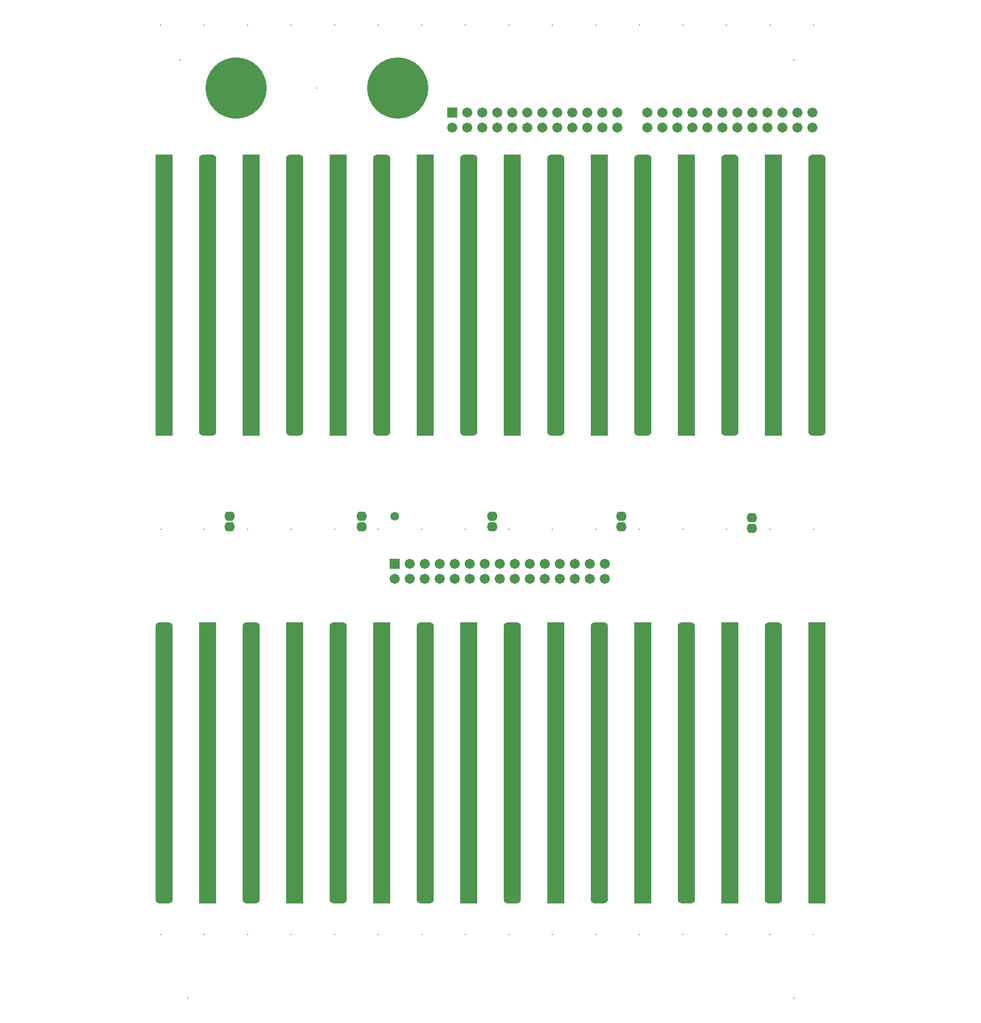
<source format=gbs>
%FSLAX25Y25*%
%MOIN*%
G70*
G01*
G75*
G04 Layer_Color=16711935*
%ADD10R,0.09000X0.15000*%
%ADD11C,0.05000*%
%ADD12C,0.02500*%
%ADD13R,0.46000X0.47000*%
%ADD14R,0.35500X1.86000*%
%ADD15R,0.36000X1.86000*%
%ADD16R,0.37000X1.86000*%
%ADD17R,0.36500X1.86000*%
%ADD18R,0.39000X1.87000*%
%ADD19R,0.37000X1.87000*%
%ADD20R,0.37500X1.87000*%
%ADD21R,0.38000X1.87000*%
%ADD22R,0.15000X1.88000*%
%ADD23O,0.06300X0.05500*%
%ADD24C,0.40000*%
%ADD25R,0.05906X0.05906*%
%ADD26C,0.05906*%
%ADD27C,0.05906*%
%ADD28R,0.10780X1.86811*%
G04:AMPARAMS|DCode=29|XSize=1868.11mil|YSize=107.8mil|CornerRadius=26.95mil|HoleSize=0mil|Usage=FLASHONLY|Rotation=270.000|XOffset=0mil|YOffset=0mil|HoleType=Round|Shape=RoundedRectangle|*
%AMROUNDEDRECTD29*
21,1,1.86811,0.05390,0,0,270.0*
21,1,1.81421,0.10780,0,0,270.0*
1,1,0.05390,-0.02695,-0.90711*
1,1,0.05390,-0.02695,0.90711*
1,1,0.05390,0.02695,0.90711*
1,1,0.05390,0.02695,-0.90711*
%
%ADD29ROUNDEDRECTD29*%
%ADD30C,0.05000*%
%ADD31C,0.01000*%
%ADD32C,0.01500*%
%ADD33R,0.43000X0.45000*%
%ADD34R,0.37500X1.86000*%
%ADD35C,0.00700*%
%ADD36C,0.00787*%
%ADD37C,0.00800*%
%ADD38R,0.09800X0.15800*%
%ADD39O,0.07100X0.06300*%
%ADD40C,0.40800*%
%ADD41R,0.06706X0.06706*%
%ADD42C,0.06706*%
%ADD43C,0.06706*%
%ADD44R,0.11580X1.87611*%
G04:AMPARAMS|DCode=45|XSize=1876.11mil|YSize=115.8mil|CornerRadius=30.95mil|HoleSize=0mil|Usage=FLASHONLY|Rotation=270.000|XOffset=0mil|YOffset=0mil|HoleType=Round|Shape=RoundedRectangle|*
%AMROUNDEDRECTD45*
21,1,1.87611,0.05390,0,0,270.0*
21,1,1.81421,0.11580,0,0,270.0*
1,1,0.06190,-0.02695,-0.90711*
1,1,0.06190,-0.02695,0.90711*
1,1,0.06190,0.02695,0.90711*
1,1,0.06190,0.02695,-0.90711*
%
%ADD45ROUNDEDRECTD45*%
%ADD46C,0.00800*%
%ADD47C,0.05800*%
D39*
X58000Y343957D02*
D03*
Y351043D02*
D03*
X146000Y343957D02*
D03*
Y351043D02*
D03*
X233000Y343957D02*
D03*
Y351043D02*
D03*
X319000Y343957D02*
D03*
Y351043D02*
D03*
X406000Y342957D02*
D03*
Y350043D02*
D03*
D40*
X170000Y636500D02*
D03*
X62500D02*
D03*
D41*
X206500Y620000D02*
D03*
X168000Y319500D02*
D03*
D42*
X206500Y610000D02*
D03*
X216500Y620000D02*
D03*
Y610000D02*
D03*
X226500Y620000D02*
D03*
Y610000D02*
D03*
X236500Y620000D02*
D03*
Y610000D02*
D03*
X246500Y620000D02*
D03*
Y610000D02*
D03*
X256500Y620000D02*
D03*
Y610000D02*
D03*
X266500Y620000D02*
D03*
Y610000D02*
D03*
X276500Y620000D02*
D03*
Y610000D02*
D03*
X286500Y620000D02*
D03*
Y610000D02*
D03*
X296500Y620000D02*
D03*
Y610000D02*
D03*
X306500Y620000D02*
D03*
Y610000D02*
D03*
X316500Y620000D02*
D03*
Y610000D02*
D03*
X336500Y620000D02*
D03*
Y610000D02*
D03*
X346500Y620000D02*
D03*
Y610000D02*
D03*
X356500Y620000D02*
D03*
Y610000D02*
D03*
X366500Y620000D02*
D03*
Y610000D02*
D03*
X376500Y620000D02*
D03*
Y610000D02*
D03*
X386500Y620000D02*
D03*
Y610000D02*
D03*
X396500Y620000D02*
D03*
Y610000D02*
D03*
X406500Y620000D02*
D03*
Y610000D02*
D03*
X416500Y620000D02*
D03*
Y610000D02*
D03*
X426500Y620000D02*
D03*
Y610000D02*
D03*
X436500Y620000D02*
D03*
Y610000D02*
D03*
X446500Y620000D02*
D03*
Y610000D02*
D03*
X308000Y319500D02*
D03*
Y309500D02*
D03*
X298000D02*
D03*
Y319500D02*
D03*
X278000Y309500D02*
D03*
Y319500D02*
D03*
X268000Y309500D02*
D03*
Y319500D02*
D03*
X258000Y309500D02*
D03*
Y319500D02*
D03*
X248000Y309500D02*
D03*
Y319500D02*
D03*
X238000Y309500D02*
D03*
Y319500D02*
D03*
X228000Y309500D02*
D03*
Y319500D02*
D03*
X218000Y309500D02*
D03*
Y319500D02*
D03*
X208000Y309500D02*
D03*
Y319500D02*
D03*
X198000Y309500D02*
D03*
Y319500D02*
D03*
X188000Y309500D02*
D03*
Y319500D02*
D03*
X178000Y309500D02*
D03*
Y319500D02*
D03*
X168000Y309500D02*
D03*
D43*
X288000D02*
D03*
Y319500D02*
D03*
D44*
X449500Y186716D02*
D03*
X420500Y498283D02*
D03*
X391500Y186716D02*
D03*
X362500Y498283D02*
D03*
X333500Y186716D02*
D03*
X304500Y498283D02*
D03*
X275500Y186716D02*
D03*
X246500Y498283D02*
D03*
X217500Y186716D02*
D03*
X101500D02*
D03*
X43500D02*
D03*
X188500Y498283D02*
D03*
X159500Y186716D02*
D03*
X130500Y498283D02*
D03*
X72500D02*
D03*
X14500D02*
D03*
D45*
X449500D02*
D03*
X420500Y186716D02*
D03*
X391500Y498283D02*
D03*
X362500Y186716D02*
D03*
X333500Y498283D02*
D03*
X304500Y186716D02*
D03*
X275500Y498283D02*
D03*
X246500Y186716D02*
D03*
X217500Y498283D02*
D03*
X101500D02*
D03*
X43500D02*
D03*
X188500Y186716D02*
D03*
X159500Y498283D02*
D03*
X130500Y186716D02*
D03*
X72500D02*
D03*
X14500D02*
D03*
D46*
X116000Y636500D02*
D03*
X434000Y30000D02*
D03*
X30000D02*
D03*
X25000Y655000D02*
D03*
X434000D02*
D03*
X447100Y72200D02*
D03*
X418100D02*
D03*
X389100D02*
D03*
X360100D02*
D03*
X331100D02*
D03*
X302100D02*
D03*
X273100D02*
D03*
X244100D02*
D03*
X215100D02*
D03*
X186100D02*
D03*
X157100D02*
D03*
X128100D02*
D03*
X99100D02*
D03*
X41100D02*
D03*
X12100D02*
D03*
X70100D02*
D03*
X447100Y342200D02*
D03*
X418100D02*
D03*
X389100D02*
D03*
X360100D02*
D03*
X331100D02*
D03*
X302100D02*
D03*
X273100D02*
D03*
X244100D02*
D03*
X215100D02*
D03*
X186100D02*
D03*
X157100D02*
D03*
X128100D02*
D03*
X99100D02*
D03*
X41100D02*
D03*
X12500D02*
D03*
X70100D02*
D03*
X447100Y678500D02*
D03*
X418100D02*
D03*
X389100D02*
D03*
X360100D02*
D03*
X331100D02*
D03*
X302100D02*
D03*
X273100D02*
D03*
X244100D02*
D03*
X215100D02*
D03*
X186100D02*
D03*
X157100D02*
D03*
X128100D02*
D03*
X99100D02*
D03*
X41100D02*
D03*
X12100D02*
D03*
X70100D02*
D03*
D47*
X168000Y351000D02*
D03*
M02*

</source>
